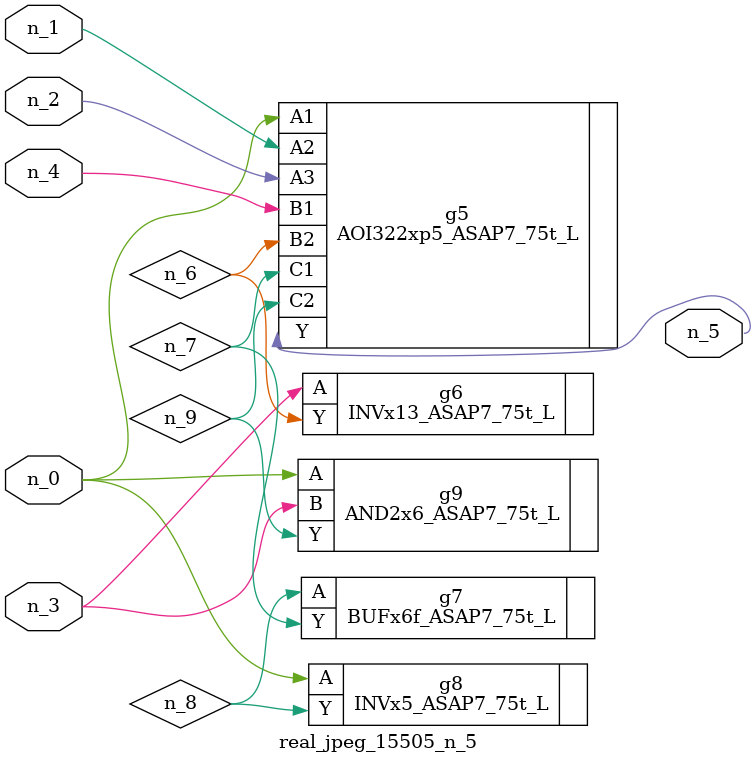
<source format=v>
module real_jpeg_15505_n_5 (n_4, n_0, n_1, n_2, n_3, n_5);

input n_4;
input n_0;
input n_1;
input n_2;
input n_3;

output n_5;

wire n_8;
wire n_6;
wire n_7;
wire n_9;

AOI322xp5_ASAP7_75t_L g5 ( 
.A1(n_0),
.A2(n_1),
.A3(n_2),
.B1(n_4),
.B2(n_6),
.C1(n_7),
.C2(n_9),
.Y(n_5)
);

INVx5_ASAP7_75t_L g8 ( 
.A(n_0),
.Y(n_8)
);

AND2x6_ASAP7_75t_L g9 ( 
.A(n_0),
.B(n_3),
.Y(n_9)
);

INVx13_ASAP7_75t_L g6 ( 
.A(n_3),
.Y(n_6)
);

BUFx6f_ASAP7_75t_L g7 ( 
.A(n_8),
.Y(n_7)
);


endmodule
</source>
